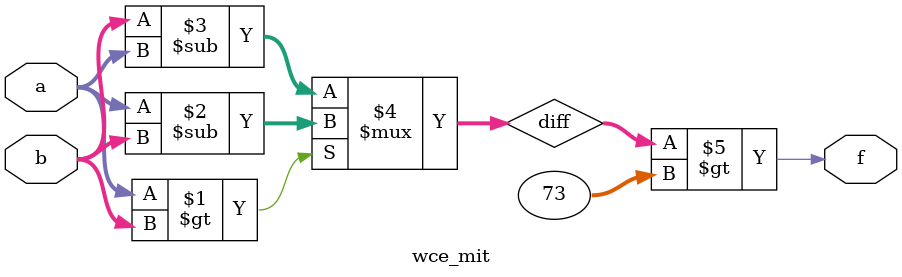
<source format=v>
module wce_mit(a, b, f);
parameter _bit = 8;
parameter wce = 73;
input [_bit - 1: 0] a;
input [_bit - 1: 0] b;
output f;
wire [_bit - 1: 0] diff;
assign diff = (a > b)? (a - b): (b - a);
assign f = (diff > wce);
endmodule

</source>
